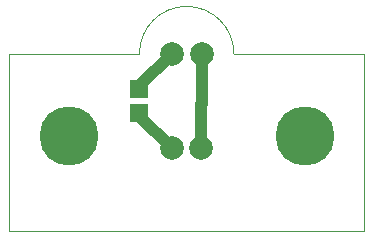
<source format=gbl>
G04 (created by PCBNEW (2013-07-07 BZR 4022)-stable) date 2026/01/09 9:11:12*
%MOIN*%
G04 Gerber Fmt 3.4, Leading zero omitted, Abs format*
%FSLAX34Y34*%
G01*
G70*
G90*
G04 APERTURE LIST*
%ADD10C,0.00590551*%
%ADD11C,0.00393701*%
%ADD12C,0.19685*%
%ADD13C,0.0787402*%
%ADD14R,0.0590551X0.0590551*%
%ADD15C,0.0393701*%
G04 APERTURE END LIST*
G54D10*
G54D11*
X0Y0D02*
G75*
G03X0Y0I0J0D01*
G74*
G01*
X0Y0D02*
X0Y0D01*
X0Y0D02*
X0Y0D01*
X7480Y5905D02*
G75*
G03X5905Y7480I-1574J0D01*
G74*
G01*
X5905Y7480D02*
G75*
G03X4330Y5905I0J-1574D01*
G74*
G01*
X0Y5905D02*
X4330Y5905D01*
X0Y0D02*
X0Y5905D01*
X11811Y5905D02*
X7480Y5905D01*
X11811Y0D02*
X11811Y5905D01*
X0Y0D02*
X11811Y0D01*
G54D12*
X1968Y3149D03*
X9842Y3149D03*
G54D13*
X5405Y5905D03*
X6405Y5905D03*
G54D14*
X4330Y3937D03*
X4330Y4724D03*
G54D13*
X5413Y2755D03*
X6397Y2755D03*
G54D15*
X4330Y4724D02*
X4330Y4830D01*
X4330Y4830D02*
X5405Y5905D01*
X6405Y5905D02*
X6405Y4224D01*
X6397Y4216D02*
X6397Y2755D01*
X6405Y4224D02*
X6397Y4216D01*
X4330Y3937D02*
X4330Y3838D01*
X4330Y3838D02*
X5413Y2755D01*
M02*

</source>
